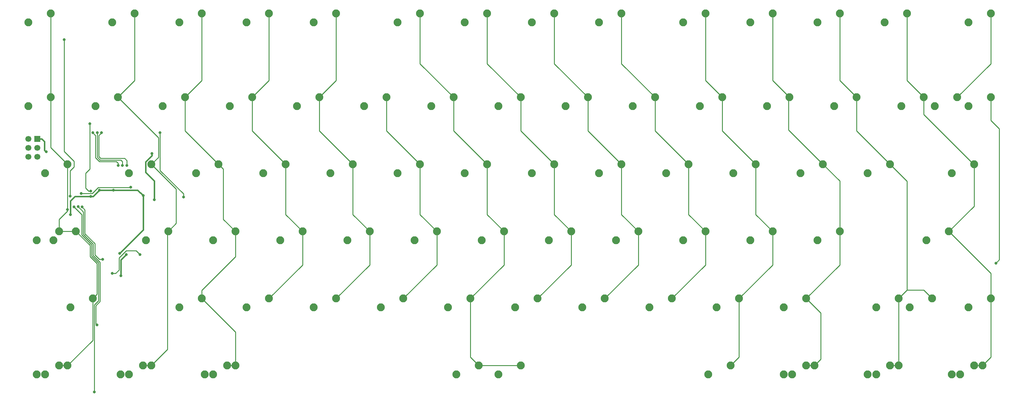
<source format=gtl>
G04 #@! TF.GenerationSoftware,KiCad,Pcbnew,(5.1.4)-1*
G04 #@! TF.CreationDate,2021-10-30T23:29:11+08:00*
G04 #@! TF.ProjectId,bakeneko-60-pcb,62616b65-6e65-46b6-9f2d-36302d706362,rev?*
G04 #@! TF.SameCoordinates,Original*
G04 #@! TF.FileFunction,Copper,L1,Top*
G04 #@! TF.FilePolarity,Positive*
%FSLAX46Y46*%
G04 Gerber Fmt 4.6, Leading zero omitted, Abs format (unit mm)*
G04 Created by KiCad (PCBNEW (5.1.4)-1) date 2021-10-30 23:29:11*
%MOMM*%
%LPD*%
G04 APERTURE LIST*
%ADD10C,2.250000*%
%ADD11R,1.700000X1.700000*%
%ADD12C,1.700000*%
%ADD13C,0.800000*%
%ADD14C,0.381000*%
%ADD15C,0.250000*%
G04 APERTURE END LIST*
D10*
X269240000Y28892500D03*
X262890000Y26352500D03*
X245427500Y28892500D03*
X239077500Y26352500D03*
X226377500Y28892500D03*
X220027500Y26352500D03*
X207327500Y28892500D03*
X200977500Y26352500D03*
X188277500Y28892500D03*
X181927500Y26352500D03*
X164465000Y28892500D03*
X158115000Y26352500D03*
X145415000Y28892500D03*
X139065000Y26352500D03*
X126365000Y28892500D03*
X120015000Y26352500D03*
X107315000Y28892500D03*
X100965000Y26352500D03*
X83502500Y28892500D03*
X77152500Y26352500D03*
X64452500Y28892500D03*
X58102500Y26352500D03*
X45402500Y28892500D03*
X39052500Y26352500D03*
X26352500Y28892500D03*
X20002500Y26352500D03*
X2540000Y28892500D03*
X-3810000Y26352500D03*
X24765000Y-16510000D03*
X31115000Y-13970000D03*
X43815000Y-16510000D03*
X50165000Y-13970000D03*
X258127500Y-73660000D03*
X264477500Y-71120000D03*
X234315000Y-73660000D03*
X240665000Y-71120000D03*
X129540000Y-73660000D03*
X135890000Y-71120000D03*
X48577500Y-73660000D03*
X54927500Y-71120000D03*
X24765000Y-73660000D03*
X31115000Y-71120000D03*
X952500Y-73660000D03*
X7302500Y-71120000D03*
X260508750Y-73660000D03*
X266858750Y-71120000D03*
X236696250Y-73660000D03*
X243046250Y-71120000D03*
X212883750Y-73660000D03*
X219233750Y-71120000D03*
X189071250Y-73660000D03*
X195421250Y-71120000D03*
X246221250Y-54610000D03*
X252571250Y-52070000D03*
X191452500Y-54610000D03*
X197802500Y-52070000D03*
X143827500Y-35560000D03*
X150177500Y-33020000D03*
X48577500Y-35560000D03*
X54927500Y-33020000D03*
X177165000Y-16510000D03*
X183515000Y-13970000D03*
X100965000Y-16510000D03*
X107315000Y-13970000D03*
X224790000Y2540000D03*
X231140000Y5080000D03*
X129540000Y2540000D03*
X135890000Y5080000D03*
X91440000Y2540000D03*
X97790000Y5080000D03*
X72390000Y2540000D03*
X78740000Y5080000D03*
X210502500Y-73660000D03*
X216852500Y-71120000D03*
X117633750Y-73660000D03*
X123983750Y-71120000D03*
X46196250Y-73660000D03*
X52546250Y-71120000D03*
X22383750Y-73660000D03*
X28733750Y-71120000D03*
X-1428750Y-73660000D03*
X4921250Y-71120000D03*
X262890000Y-54610000D03*
X269240000Y-52070000D03*
X236696250Y-54610000D03*
X243046250Y-52070000D03*
X210502500Y-54610000D03*
X216852500Y-52070000D03*
X172402500Y-54610000D03*
X178752500Y-52070000D03*
X153352500Y-54610000D03*
X159702500Y-52070000D03*
X134302500Y-54610000D03*
X140652500Y-52070000D03*
X115252500Y-54610000D03*
X121602500Y-52070000D03*
X96202500Y-54610000D03*
X102552500Y-52070000D03*
X77152500Y-54610000D03*
X83502500Y-52070000D03*
X58102500Y-54610000D03*
X64452500Y-52070000D03*
X39052500Y-54610000D03*
X45402500Y-52070000D03*
X8096250Y-54610000D03*
X14446250Y-52070000D03*
X250983750Y-35560000D03*
X257333750Y-33020000D03*
X220027500Y-35560000D03*
X226377500Y-33020000D03*
X200977500Y-35560000D03*
X207327500Y-33020000D03*
X181927500Y-35560000D03*
X188277500Y-33020000D03*
X162877500Y-35560000D03*
X169227500Y-33020000D03*
X124777500Y-35560000D03*
X131127500Y-33020000D03*
X105727500Y-35560000D03*
X112077500Y-33020000D03*
X86677500Y-35560000D03*
X93027500Y-33020000D03*
X67627500Y-35560000D03*
X73977500Y-33020000D03*
X29527500Y-35560000D03*
X35877500Y-33020000D03*
X3333750Y-35560000D03*
X9683750Y-33020000D03*
X-1428750Y-35560000D03*
X4921250Y-33020000D03*
X258127500Y-16510000D03*
X264477500Y-13970000D03*
X234315000Y-16510000D03*
X240665000Y-13970000D03*
X215265000Y-16510000D03*
X221615000Y-13970000D03*
X196215000Y-16510000D03*
X202565000Y-13970000D03*
X158115000Y-16510000D03*
X164465000Y-13970000D03*
X139065000Y-16510000D03*
X145415000Y-13970000D03*
X120015000Y-16510000D03*
X126365000Y-13970000D03*
X81915000Y-16510000D03*
X88265000Y-13970000D03*
X62865000Y-16510000D03*
X69215000Y-13970000D03*
X952500Y-16510000D03*
X7302500Y-13970000D03*
X253365000Y2540000D03*
X259715000Y5080000D03*
X262890000Y2540000D03*
X269240000Y5080000D03*
X243840000Y2540000D03*
X250190000Y5080000D03*
X205740000Y2540000D03*
X212090000Y5080000D03*
X186690000Y2540000D03*
X193040000Y5080000D03*
X167640000Y2540000D03*
X173990000Y5080000D03*
X148590000Y2540000D03*
X154940000Y5080000D03*
X110490000Y2540000D03*
X116840000Y5080000D03*
X53340000Y2540000D03*
X59690000Y5080000D03*
X34290000Y2540000D03*
X40640000Y5080000D03*
X15240000Y2540000D03*
X21590000Y5080000D03*
X2540000Y5080000D03*
X-3810000Y2540000D03*
D11*
X-1270000Y-6727501D03*
D12*
X-3810000Y-6727501D03*
X-1270000Y-9267501D03*
X-3810000Y-9267501D03*
X-1270000Y-11807501D03*
X-3810000Y-11807501D03*
D13*
X1251485Y-10431484D03*
X31887500Y-24060000D03*
X23997500Y-39576250D03*
X22413750Y-45630000D03*
X31233750Y-10920000D03*
X13893750Y-21565000D03*
X13603750Y-2443750D03*
X11160000Y-22290000D03*
X25250000Y-20460000D03*
X19943750Y-44970000D03*
X27883750Y-39590000D03*
X15621260Y-59590000D03*
X10326045Y-26005739D03*
X14887500Y-78643750D03*
X9121338Y-26086250D03*
X15710000Y-5020002D03*
X22902295Y-14252418D03*
X21652295Y-14252418D03*
X14460000Y-5020002D03*
X24152295Y-14252418D03*
X16960000Y-5020002D03*
X7302500Y-26811250D03*
X17248750Y-40950000D03*
X11441251Y-26095639D03*
X270643750Y-42053125D03*
X8027500Y-23018750D03*
X6350000Y21431250D03*
X16353750Y-21306250D03*
X20360000Y-21295000D03*
X22120000Y-39260000D03*
X8164520Y-28255480D03*
X28779382Y-22859382D03*
X13854251Y-23080501D03*
X33553750Y-5020002D03*
X40204145Y-23239605D03*
D14*
X-39000Y-6727501D02*
X790000Y-7556501D01*
X-1270000Y-6727501D02*
X-39000Y-6727501D01*
X790000Y-7556501D02*
X790000Y-9969999D01*
X790000Y-9969999D02*
X1251485Y-10431484D01*
X22413750Y-41160000D02*
X23997500Y-39576250D01*
X22413750Y-45630000D02*
X22413750Y-41160000D01*
X29433750Y-13310000D02*
X31233750Y-11510000D01*
X29433750Y-16273750D02*
X29433750Y-13310000D01*
X31887500Y-24060000D02*
X31887500Y-18727500D01*
X31887500Y-18727500D02*
X29433750Y-16273750D01*
X31233750Y-10920000D02*
X31233750Y-11510000D01*
D15*
X13328065Y-21565000D02*
X13893750Y-21565000D01*
X12460000Y-20696935D02*
X13328065Y-21565000D01*
X12460000Y-16480000D02*
X12460000Y-20696935D01*
X13603750Y-2443750D02*
X13603750Y-15336250D01*
X13603750Y-15336250D02*
X12460000Y-16480000D01*
X16016998Y-20570000D02*
X24340000Y-20570000D01*
X14296998Y-22290000D02*
X16016998Y-20570000D01*
X11160000Y-22290000D02*
X14296998Y-22290000D01*
X25140000Y-20570000D02*
X25250000Y-20460000D01*
X24340000Y-20570000D02*
X25140000Y-20570000D01*
X23963002Y-38490000D02*
X26783750Y-38490000D01*
X21898240Y-40554762D02*
X22768376Y-39684626D01*
X22768376Y-39684626D02*
X23963002Y-38490000D01*
X19943750Y-44970000D02*
X20928240Y-44970000D01*
X21898240Y-44000000D02*
X21898240Y-40554762D01*
X20928240Y-44970000D02*
X21898240Y-44000000D01*
X26783750Y-38490000D02*
X27883750Y-39590000D01*
X15346270Y-59315010D02*
X15621260Y-59590000D01*
X15346270Y-54133890D02*
X15346270Y-59315010D01*
X16543759Y-52936401D02*
X15346270Y-54133890D01*
X16543759Y-41806419D02*
X16543759Y-52936401D01*
X14584364Y-39847024D02*
X16543759Y-41806419D01*
X14584364Y-36647794D02*
X14584364Y-39847024D01*
X11783760Y-33847190D02*
X14584364Y-36647794D01*
X11783759Y-28300614D02*
X11783760Y-28300615D01*
X11783759Y-27463453D02*
X11783759Y-28300614D01*
X10326045Y-26005739D02*
X11783759Y-27463453D01*
X11783760Y-28300615D02*
X11783760Y-33847190D01*
X14896260Y-78634990D02*
X14887500Y-78643750D01*
X16093750Y-52750000D02*
X14896260Y-53947490D01*
X14134354Y-36834194D02*
X14134354Y-40033424D01*
X16093749Y-41992819D02*
X16093750Y-52750000D01*
X14134354Y-40033424D02*
X16093749Y-41992819D01*
X14896260Y-53947490D02*
X14896260Y-78634990D01*
X11333750Y-34033589D02*
X12264143Y-34963982D01*
X11333750Y-28298662D02*
X11333750Y-34033589D01*
X9121338Y-26086250D02*
X11333750Y-28298662D01*
X12264143Y-34963982D02*
X14134354Y-36834194D01*
X15803750Y-5040002D02*
X15823750Y-5020002D01*
X15710000Y-11922661D02*
X15710000Y-5020002D01*
X16517331Y-12729992D02*
X15710000Y-11922661D01*
X22403751Y-12729992D02*
X16517331Y-12729992D01*
X22902295Y-14252418D02*
X22902295Y-13228536D01*
X22902295Y-13228536D02*
X22403751Y-12729992D01*
X15091245Y-5651247D02*
X14460000Y-5020002D01*
X15203750Y-5763752D02*
X15091245Y-5651247D01*
X15203750Y-12080000D02*
X15203750Y-5763752D01*
X16303750Y-13180000D02*
X15203750Y-12080000D01*
X21145562Y-13180000D02*
X16303750Y-13180000D01*
X21652295Y-14252418D02*
X21652295Y-13686733D01*
X21652295Y-13686733D02*
X21145562Y-13180000D01*
X24152295Y-14252418D02*
X24153750Y-14250963D01*
X16560001Y-5420001D02*
X16960000Y-5020002D01*
X16560001Y-5423749D02*
X16560001Y-5420001D01*
X24152295Y-12928545D02*
X23503731Y-12279981D01*
X24152295Y-14252418D02*
X24152295Y-12928545D01*
X23503731Y-12279981D02*
X16703731Y-12279981D01*
X16703731Y-12279981D02*
X16203750Y-11780000D01*
X16203750Y-11780000D02*
X16203750Y-5780000D01*
X16203750Y-5780000D02*
X16560001Y-5423749D01*
X2540000Y-9207500D02*
X7302500Y-13970000D01*
X2540000Y5080000D02*
X2540000Y-9207500D01*
X4921250Y-33020000D02*
X9683750Y-33020000D01*
X4921250Y-29638765D02*
X7302500Y-27257515D01*
X4921250Y-33020000D02*
X4921250Y-29638765D01*
X7302500Y-13970000D02*
X7302500Y-26811250D01*
X7302500Y-26811250D02*
X7302500Y-27257515D01*
X6582240Y-71050000D02*
X6687340Y-71050000D01*
X6512240Y-71120000D02*
X6582240Y-71050000D01*
X15643741Y-50872509D02*
X15643741Y-42179221D01*
X14446250Y-52070000D02*
X15643741Y-50872509D01*
X15643741Y-42179221D02*
X13684345Y-40219825D01*
X13684345Y-37020595D02*
X13684345Y-38640595D01*
X9683750Y-33020000D02*
X13684345Y-37020595D01*
X13684345Y-40219825D02*
X13684345Y-38640595D01*
X14446250Y-63976250D02*
X7302500Y-71120000D01*
X14446250Y-52070000D02*
X14446250Y-63976250D01*
X4921250Y-71120000D02*
X7302500Y-71120000D01*
X2540000Y27301510D02*
X2540000Y5080000D01*
X2540000Y28892500D02*
X2540000Y27301510D01*
X38140000Y-20995000D02*
X31115000Y-13970000D01*
X35877500Y-33020000D02*
X38140000Y-30757500D01*
X38140000Y-30757500D02*
X38140000Y-20995000D01*
X31115000Y-13970000D02*
X33065000Y-12020000D01*
X33065000Y-12020000D02*
X33065000Y-6395000D01*
X33065000Y-6395000D02*
X21590000Y5080000D01*
X35662501Y-66572499D02*
X31115000Y-71120000D01*
X35877500Y-33020000D02*
X35662501Y-33234999D01*
X35662501Y-33234999D02*
X35662501Y-66572499D01*
X28733750Y-71120000D02*
X31115000Y-71120000D01*
X26352500Y9842500D02*
X21590000Y5080000D01*
X26352500Y28892500D02*
X26352500Y9842500D01*
X15034374Y-36461394D02*
X15034374Y-39660624D01*
X12233770Y-33660790D02*
X15034374Y-36461394D01*
X40640000Y-4445000D02*
X50165000Y-13970000D01*
X40640000Y5080000D02*
X40640000Y-4445000D01*
X51490000Y-29582500D02*
X54927500Y-33020000D01*
X50165000Y-13970000D02*
X51490000Y-15295000D01*
X51490000Y-15295000D02*
X51490000Y-29582500D01*
X54927500Y-33020000D02*
X54927500Y-40232500D01*
X45402500Y-49757500D02*
X45402500Y-52070000D01*
X54927500Y-40232500D02*
X45402500Y-49757500D01*
X12233770Y-27965930D02*
X12233770Y-28340020D01*
X16323750Y-40950000D02*
X16093750Y-40720000D01*
X17248750Y-40950000D02*
X16323750Y-40950000D01*
X15034374Y-39660624D02*
X16093750Y-40720000D01*
X54927500Y-61595000D02*
X54927500Y-71120000D01*
X45402500Y-52070000D02*
X54927500Y-61595000D01*
X54927500Y-71120000D02*
X52546250Y-71120000D01*
X45402500Y9842500D02*
X40640000Y5080000D01*
X45402500Y28892500D02*
X45402500Y9842500D01*
X12233770Y-26888158D02*
X12233770Y-29438105D01*
X11441251Y-26095639D02*
X12233770Y-26888158D01*
X12233770Y-28340020D02*
X12233770Y-29438105D01*
X12233770Y-29438105D02*
X12233770Y-33660790D01*
X59690000Y-4445000D02*
X69215000Y-13970000D01*
X59690000Y5080000D02*
X59690000Y-4445000D01*
X69215000Y-28257500D02*
X73977500Y-33020000D01*
X69215000Y-13970000D02*
X69215000Y-28257500D01*
X73977500Y-42545000D02*
X64452500Y-52070000D01*
X73977500Y-33020000D02*
X73977500Y-42545000D01*
X64452500Y9842500D02*
X59690000Y5080000D01*
X64452500Y28892500D02*
X64452500Y9842500D01*
X78740000Y-4445000D02*
X88265000Y-13970000D01*
X78740000Y5080000D02*
X78740000Y-4445000D01*
X88265000Y-28257500D02*
X93027500Y-33020000D01*
X88265000Y-13970000D02*
X88265000Y-28257500D01*
X93027500Y-42545000D02*
X83502500Y-52070000D01*
X93027500Y-33020000D02*
X93027500Y-42545000D01*
X83502500Y9842500D02*
X78740000Y5080000D01*
X83502500Y28892500D02*
X83502500Y9842500D01*
X97790000Y-4445000D02*
X107315000Y-13970000D01*
X97790000Y5080000D02*
X97790000Y-4445000D01*
X107315000Y-28257500D02*
X112077500Y-33020000D01*
X107315000Y-13970000D02*
X107315000Y-28257500D01*
X112077500Y-42545000D02*
X102552500Y-52070000D01*
X112077500Y-33020000D02*
X112077500Y-42545000D01*
X116840000Y-4445000D02*
X126365000Y-13970000D01*
X116840000Y5080000D02*
X116840000Y-4445000D01*
X126365000Y-28257500D02*
X131127500Y-33020000D01*
X126365000Y-13970000D02*
X126365000Y-28257500D01*
X131127500Y-42545000D02*
X121602500Y-52070000D01*
X131127500Y-33020000D02*
X131127500Y-42545000D01*
X123983750Y-70863750D02*
X123983750Y-71120000D01*
X121602500Y-68738750D02*
X123983750Y-71120000D01*
X121602500Y-52070000D02*
X121602500Y-68738750D01*
X123983750Y-71120000D02*
X131127500Y-71120000D01*
X131127500Y-71120000D02*
X135890000Y-71120000D01*
X107315000Y14605000D02*
X116840000Y5080000D01*
X107315000Y28892500D02*
X107315000Y14605000D01*
X135890000Y-4445000D02*
X145415000Y-13970000D01*
X135890000Y5080000D02*
X135890000Y-4445000D01*
X145415000Y-28257500D02*
X150177500Y-33020000D01*
X145415000Y-13970000D02*
X145415000Y-28257500D01*
X150177500Y-42545000D02*
X140652500Y-52070000D01*
X150177500Y-33020000D02*
X150177500Y-42545000D01*
X126365000Y14605000D02*
X135890000Y5080000D01*
X126365000Y28892500D02*
X126365000Y14605000D01*
X154940000Y-4445000D02*
X164465000Y-13970000D01*
X154940000Y5080000D02*
X154940000Y-4445000D01*
X164465000Y-28257500D02*
X169227500Y-33020000D01*
X164465000Y-13970000D02*
X164465000Y-28257500D01*
X169227500Y-42545000D02*
X159702500Y-52070000D01*
X169227500Y-33020000D02*
X169227500Y-42545000D01*
X145415000Y14605000D02*
X154940000Y5080000D01*
X145415000Y28892500D02*
X145415000Y14605000D01*
X173990000Y-4445000D02*
X183515000Y-13970000D01*
X173990000Y5080000D02*
X173990000Y-4445000D01*
X183515000Y-28257500D02*
X188277500Y-33020000D01*
X183515000Y-13970000D02*
X183515000Y-28257500D01*
X188277500Y-42545000D02*
X178752500Y-52070000D01*
X188277500Y-33020000D02*
X188277500Y-42545000D01*
X164465000Y14605000D02*
X173990000Y5080000D01*
X164465000Y28892500D02*
X164465000Y14605000D01*
X193040000Y-4445000D02*
X202565000Y-13970000D01*
X193040000Y5080000D02*
X193040000Y-4445000D01*
X202565000Y-28257500D02*
X207327500Y-33020000D01*
X202565000Y-13970000D02*
X202565000Y-28257500D01*
X207327500Y-42545000D02*
X197802500Y-52070000D01*
X207327500Y-33020000D02*
X207327500Y-42545000D01*
X197802500Y-68738750D02*
X195421250Y-71120000D01*
X197802500Y-52070000D02*
X197802500Y-68738750D01*
X188277500Y9842500D02*
X193040000Y5080000D01*
X188277500Y28892500D02*
X188277500Y9842500D01*
X226377500Y-42545000D02*
X226377500Y-33020000D01*
X216852500Y-52070000D02*
X226377500Y-42545000D01*
X226377500Y-18732500D02*
X221615000Y-13970000D01*
X226377500Y-33020000D02*
X226377500Y-18732500D01*
X211875001Y4865001D02*
X212090000Y5080000D01*
X211875001Y-4230001D02*
X211875001Y4865001D01*
X221615000Y-13970000D02*
X211875001Y-4230001D01*
X216852500Y-52070000D02*
X220993750Y-56211250D01*
X220993750Y-56211250D02*
X220993750Y-69360000D01*
X220993750Y-69360000D02*
X219233750Y-71120000D01*
X216852500Y-71120000D02*
X219233750Y-71120000D01*
X207327500Y9842500D02*
X212090000Y5080000D01*
X207327500Y28892500D02*
X207327500Y9842500D01*
X231140000Y-4445000D02*
X240665000Y-13970000D01*
X231140000Y5080000D02*
X231140000Y-4445000D01*
X245440000Y-49676250D02*
X243046250Y-52070000D01*
X240665000Y-13970000D02*
X245440000Y-18745000D01*
X245440000Y-18745000D02*
X245440000Y-49676250D01*
X243046250Y-52070000D02*
X243046250Y-71120000D01*
X240665000Y-71120000D02*
X243046250Y-71120000D01*
X251446251Y-50945001D02*
X252571250Y-52070000D01*
X250177500Y-49676250D02*
X251446251Y-50945001D01*
X245440000Y-49676250D02*
X250177500Y-49676250D01*
X226377500Y9842500D02*
X231140000Y5080000D01*
X226377500Y28892500D02*
X226377500Y9842500D01*
X264325998Y-13970000D02*
X264477500Y-13970000D01*
X250190000Y165998D02*
X264325998Y-13970000D01*
X250190000Y5080000D02*
X250190000Y165998D01*
X264477500Y-25876250D02*
X257333750Y-33020000D01*
X264477500Y-13970000D02*
X264477500Y-25876250D01*
X269240000Y-44926250D02*
X269240000Y-52070000D01*
X257333750Y-33020000D02*
X269240000Y-44926250D01*
X269240000Y-68738750D02*
X266858750Y-71120000D01*
X269240000Y-52070000D02*
X269240000Y-68738750D01*
X264477500Y-71120000D02*
X266858750Y-71120000D01*
X245427500Y9842500D02*
X250190000Y5080000D01*
X245427500Y28892500D02*
X245427500Y9842500D01*
X271643750Y-41053125D02*
X270643750Y-42053125D01*
X271643750Y-3913750D02*
X271643750Y-41053125D01*
X269240000Y5080000D02*
X269240000Y-1510000D01*
X269240000Y-1510000D02*
X271643750Y-3913750D01*
X269240000Y14605000D02*
X259715000Y5080000D01*
X269240000Y28892500D02*
X269240000Y14605000D01*
X8027500Y-23018750D02*
X8027500Y-15785000D01*
X8027500Y-15785000D02*
X9128125Y-14684375D01*
X9128125Y-14684375D02*
X9128125Y-13096875D01*
X9128125Y-13096875D02*
X6350000Y-10318750D01*
X6350000Y-10318750D02*
X6350000Y21431250D01*
D14*
X16365000Y-21295000D02*
X16353750Y-21306250D01*
X20360000Y-21295000D02*
X16365000Y-21295000D01*
X14579499Y-23080501D02*
X14960000Y-22700000D01*
X16353750Y-21306250D02*
X14960000Y-22700000D01*
X8164520Y-28255480D02*
X8164520Y-24345480D01*
X8164520Y-24345480D02*
X9429499Y-23080501D01*
X27215000Y-21295000D02*
X28779382Y-22859382D01*
X20360000Y-21295000D02*
X27215000Y-21295000D01*
X28779382Y-32600618D02*
X22120000Y-39260000D01*
X28779382Y-22859382D02*
X28779382Y-32600618D01*
X9429499Y-23080501D02*
X13854251Y-23080501D01*
X13854251Y-23080501D02*
X14579499Y-23080501D01*
D15*
X40204145Y-23139605D02*
X40204145Y-23239605D01*
X40204145Y-22360395D02*
X40204145Y-23239605D01*
X33553750Y-15710000D02*
X40204145Y-22360395D01*
X33553750Y-5700000D02*
X33553750Y-5020002D01*
X33553750Y-5700000D02*
X33553750Y-15710000D01*
X33553750Y-5505703D02*
X33553750Y-5700000D01*
M02*

</source>
